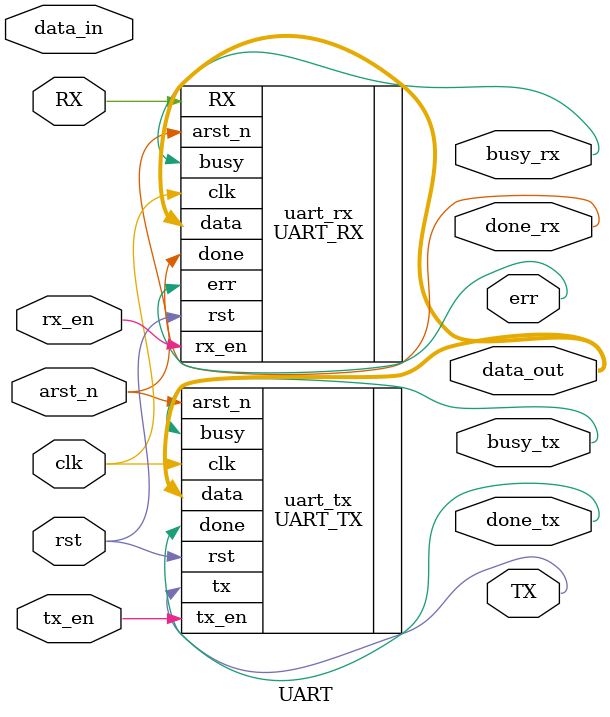
<source format=v>
module UART (
input RX,clk,rst,arst_n,rx_en,tx_en,
input[7:0] data_in,
output[7:0] data_out,
output TX,err,done_rx,busy_rx,done_tx,busy_tx
);

UART_RX uart_rx(
  .RX(RX),
  .clk(clk),
  .rst(rst),
  .arst_n(arst_n),
  .rx_en(rx_en),
  .err(err),
  .done(done_rx),
  .busy(busy_rx),
  .data(data_out)
  );

UART_TX uart_tx(
  .clk(clk),
  .rst(rst),
  .arst_n(arst_n),
  .tx_en(tx_en),
  .tx(TX),
  .done(done_tx),
  .busy(busy_tx),
  .data(data_out)
  );

endmodule //UART

</source>
